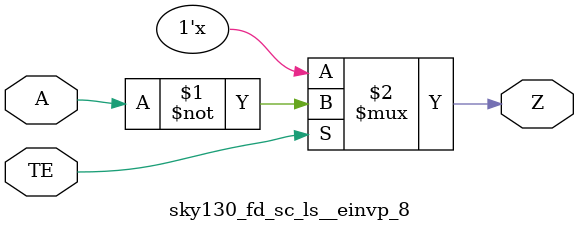
<source format=v>
/*
 * Copyright 2020 The SkyWater PDK Authors
 *
 * Licensed under the Apache License, Version 2.0 (the "License");
 * you may not use this file except in compliance with the License.
 * You may obtain a copy of the License at
 *
 *     https://www.apache.org/licenses/LICENSE-2.0
 *
 * Unless required by applicable law or agreed to in writing, software
 * distributed under the License is distributed on an "AS IS" BASIS,
 * WITHOUT WARRANTIES OR CONDITIONS OF ANY KIND, either express or implied.
 * See the License for the specific language governing permissions and
 * limitations under the License.
 *
 * SPDX-License-Identifier: Apache-2.0
*/


`ifndef SKY130_FD_SC_LS__EINVP_8_FUNCTIONAL_V
`define SKY130_FD_SC_LS__EINVP_8_FUNCTIONAL_V

/**
 * einvp: Tri-state inverter, positive enable.
 *
 * Verilog simulation functional model.
 */

`timescale 1ns / 1ps
`default_nettype none

`celldefine
module sky130_fd_sc_ls__einvp_8 (
    Z ,
    A ,
    TE
);

    // Module ports
    output Z ;
    input  A ;
    input  TE;

    //     Name     Output  Other arguments
    notif1 notif10 (Z     , A, TE          );

endmodule
`endcelldefine

`default_nettype wire
`endif  // SKY130_FD_SC_LS__EINVP_8_FUNCTIONAL_V

</source>
